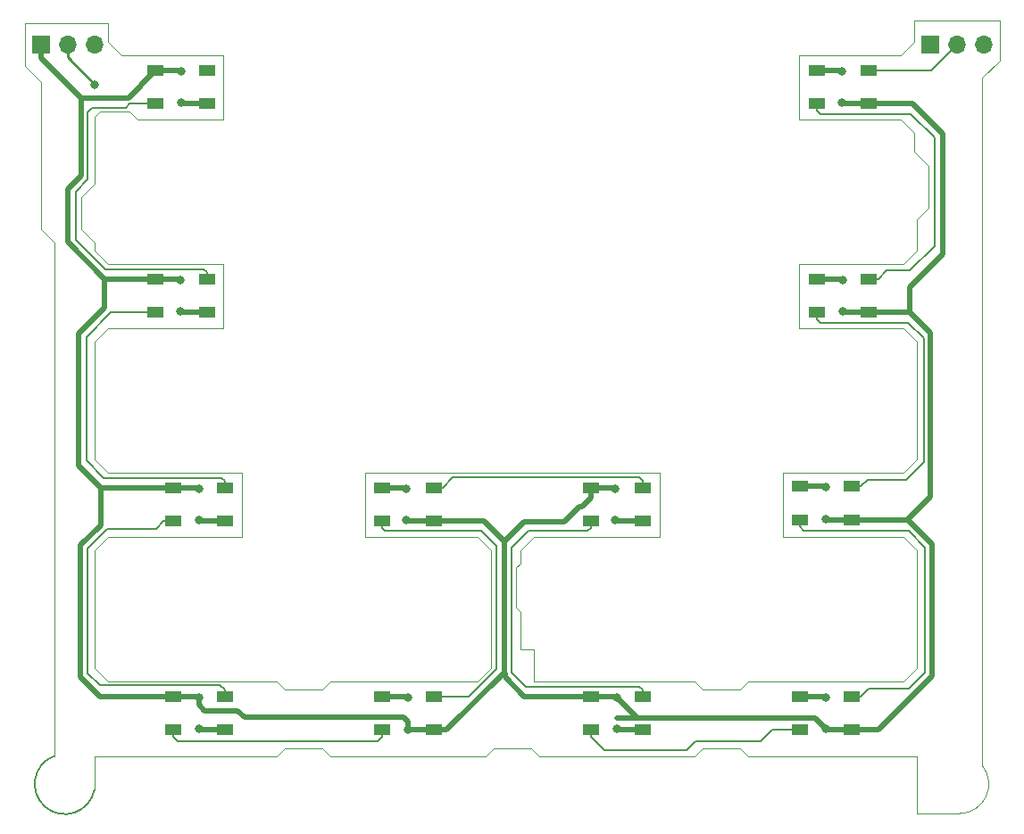
<source format=gbr>
G04 #@! TF.GenerationSoftware,KiCad,Pcbnew,(5.1.5)-3*
G04 #@! TF.CreationDate,2020-06-30T23:52:34-07:00*
G04 #@! TF.ProjectId,daughter,64617567-6874-4657-922e-6b696361645f,rev?*
G04 #@! TF.SameCoordinates,Original*
G04 #@! TF.FileFunction,Copper,L1,Top*
G04 #@! TF.FilePolarity,Positive*
%FSLAX46Y46*%
G04 Gerber Fmt 4.6, Leading zero omitted, Abs format (unit mm)*
G04 Created by KiCad (PCBNEW (5.1.5)-3) date 2020-06-30 23:52:34*
%MOMM*%
%LPD*%
G04 APERTURE LIST*
%ADD10C,0.050000*%
%ADD11C,0.120000*%
%ADD12C,0.150000*%
%ADD13R,1.500000X1.000000*%
%ADD14R,1.700000X1.700000*%
%ADD15O,1.700000X1.700000*%
%ADD16C,0.800000*%
%ADD17C,0.600000*%
%ADD18C,0.500000*%
%ADD19C,0.135000*%
%ADD20C,0.250000*%
G04 APERTURE END LIST*
D10*
X143510000Y-186690000D02*
X159512000Y-186690000D01*
X139192000Y-185928000D02*
X138430000Y-186690000D01*
X142748000Y-185928000D02*
X139192000Y-185928000D01*
X143510000Y-186690000D02*
X142748000Y-185928000D01*
X74930000Y-121158000D02*
X74930000Y-117094000D01*
X76454000Y-122682000D02*
X74930000Y-121158000D01*
X76454000Y-136652000D02*
X76454000Y-122682000D01*
X77724000Y-137922000D02*
X76454000Y-136652000D01*
X77724000Y-137922000D02*
X77724001Y-186690001D01*
X81534000Y-186690000D02*
X81536221Y-189928213D01*
X98806000Y-186690000D02*
X81534000Y-186690000D01*
X99568000Y-185928000D02*
X98806000Y-186690000D01*
X103124000Y-185928000D02*
X99568000Y-185928000D01*
X103886000Y-186690000D02*
X103124000Y-185928000D01*
X118618000Y-186690000D02*
X103886000Y-186690000D01*
X119380000Y-185928000D02*
X118618000Y-186690000D01*
X122936000Y-185928000D02*
X119380000Y-185928000D01*
X123698000Y-186690000D02*
X122936000Y-185928000D01*
X138430000Y-186690000D02*
X123698000Y-186690000D01*
X159512000Y-192151000D02*
X159512000Y-186690000D01*
X159512000Y-192151000D02*
X163576000Y-192151000D01*
X165735000Y-122301000D02*
X165735000Y-187579000D01*
X167386000Y-120650000D02*
X165735000Y-122301000D01*
X167386000Y-116840000D02*
X167386000Y-120650000D01*
X159258000Y-116840000D02*
X167386000Y-116840000D01*
X159258000Y-118872000D02*
X159258000Y-116840000D01*
X157988000Y-120142000D02*
X159258000Y-118872000D01*
X148336000Y-120142000D02*
X157988000Y-120142000D01*
X148336000Y-126238000D02*
X148336000Y-120142000D01*
X157988000Y-126238000D02*
X148336000Y-126238000D01*
X159258000Y-127508000D02*
X157988000Y-126238000D01*
X159258000Y-129286000D02*
X159258000Y-127508000D01*
X160655000Y-130683000D02*
X159258000Y-129286000D01*
X160655000Y-134620000D02*
X160655000Y-130683000D01*
X159512000Y-135763000D02*
X160655000Y-134620000D01*
X159512000Y-138684000D02*
X159512000Y-135763000D01*
X158242000Y-139954000D02*
X159512000Y-138684000D01*
X148336000Y-139954000D02*
X158242000Y-139954000D01*
X148336000Y-146050000D02*
X148336000Y-139954000D01*
X158242000Y-146050000D02*
X148336000Y-146050000D01*
X159512000Y-147320000D02*
X158242000Y-146050000D01*
X159512000Y-158496000D02*
X159512000Y-147320000D01*
X158242000Y-159766000D02*
X159512000Y-158496000D01*
X146812000Y-159766000D02*
X158242000Y-159766000D01*
X146812000Y-165862000D02*
X146812000Y-159766000D01*
X158242000Y-165862000D02*
X146812000Y-165862000D01*
X159512000Y-167132000D02*
X158242000Y-165862000D01*
X159512000Y-178308000D02*
X159512000Y-167132000D01*
X158242000Y-179578000D02*
X159512000Y-178308000D01*
X143510000Y-179578000D02*
X158242000Y-179578000D01*
X142748000Y-180340000D02*
X143510000Y-179578000D01*
X139192000Y-180340000D02*
X142748000Y-180340000D01*
X138430000Y-179578000D02*
X139192000Y-180340000D01*
X123190000Y-179578000D02*
X138430000Y-179578000D01*
X123190000Y-176530000D02*
X123190000Y-179578000D01*
X121920000Y-176530000D02*
X123190000Y-176530000D01*
X121920000Y-172974000D02*
X121920000Y-176530000D01*
X121539000Y-172593000D02*
X121920000Y-172974000D01*
X121539000Y-168783000D02*
X121539000Y-172593000D01*
X121920000Y-168402000D02*
X121539000Y-168783000D01*
X121920000Y-167132000D02*
X121920000Y-168402000D01*
X123190000Y-165862000D02*
X121920000Y-167132000D01*
X135128000Y-165862000D02*
X123190000Y-165862000D01*
X135128000Y-159766000D02*
X135128000Y-165862000D01*
X107188000Y-159766000D02*
X135128000Y-159766000D01*
X107188000Y-165862000D02*
X107188000Y-159766000D01*
X117856000Y-165862000D02*
X107188000Y-165862000D01*
X119126000Y-167132000D02*
X117856000Y-165862000D01*
X119126000Y-178308000D02*
X119126000Y-167132000D01*
X117856000Y-179578000D02*
X119126000Y-178308000D01*
X103886000Y-179578000D02*
X117856000Y-179578000D01*
X103124000Y-180340000D02*
X103886000Y-179578000D01*
X99568000Y-180340000D02*
X103124000Y-180340000D01*
X98806000Y-179578000D02*
X99568000Y-180340000D01*
X82804000Y-179578000D02*
X98806000Y-179578000D01*
X81534000Y-178308000D02*
X82804000Y-179578000D01*
X81534000Y-167132000D02*
X81534000Y-178308000D01*
X82804000Y-165862000D02*
X81534000Y-167132000D01*
X95504000Y-165862000D02*
X82804000Y-165862000D01*
X95504000Y-159766000D02*
X95504000Y-165862000D01*
X82804000Y-159766000D02*
X95504000Y-159766000D01*
X81534000Y-158496000D02*
X82804000Y-159766000D01*
X81534000Y-147320000D02*
X81534000Y-158496000D01*
X82804000Y-146050000D02*
X81534000Y-147320000D01*
X93726000Y-146050000D02*
X82804000Y-146050000D01*
X93726000Y-139954000D02*
X93726000Y-146050000D01*
X82804000Y-139954000D02*
X93726000Y-139954000D01*
X81534000Y-138684000D02*
X82804000Y-139954000D01*
X81534000Y-137922000D02*
X81534000Y-138684000D01*
X80264000Y-136652000D02*
X81534000Y-137922000D01*
X80264000Y-133604000D02*
X80264000Y-136652000D01*
X81534000Y-132334000D02*
X80264000Y-133604000D01*
X81534000Y-125984000D02*
X81534000Y-132334000D01*
X82042000Y-125476000D02*
X81534000Y-125984000D01*
X84836000Y-125476000D02*
X82042000Y-125476000D01*
X85598000Y-126238000D02*
X84836000Y-125476000D01*
X93726000Y-126238000D02*
X85598000Y-126238000D01*
X93726000Y-120142000D02*
X93726000Y-126238000D01*
X84074000Y-120142000D02*
X93726000Y-120142000D01*
X82804000Y-118872000D02*
X84074000Y-120142000D01*
X82804000Y-117094000D02*
X82804000Y-118872000D01*
X74930000Y-117094000D02*
X82804000Y-117094000D01*
D11*
X165731919Y-187579797D02*
G75*
G02X163576000Y-192151000I-2155919J-1777203D01*
G01*
D12*
X81536221Y-189928213D02*
G75*
G02X77724001Y-186690001I-2796221J571213D01*
G01*
D13*
X93890000Y-184226000D03*
X93890000Y-181026000D03*
X88990000Y-184226000D03*
X88990000Y-181026000D03*
X88990000Y-161214000D03*
X88990000Y-164414000D03*
X93890000Y-161214000D03*
X93890000Y-164414000D03*
X92239000Y-144602000D03*
X92239000Y-141402000D03*
X87339000Y-144602000D03*
X87339000Y-141402000D03*
X92239000Y-124790000D03*
X92239000Y-121590000D03*
X87339000Y-124790000D03*
X87339000Y-121590000D03*
X128614000Y-181026000D03*
X128614000Y-184226000D03*
X133514000Y-181026000D03*
X133514000Y-184226000D03*
X128614000Y-161214000D03*
X128614000Y-164414000D03*
X133514000Y-161214000D03*
X133514000Y-164414000D03*
X108802000Y-161214000D03*
X108802000Y-164414000D03*
X113702000Y-161214000D03*
X113702000Y-164414000D03*
X108802000Y-181026000D03*
X108802000Y-184226000D03*
X113702000Y-181026000D03*
X113702000Y-184226000D03*
X154977000Y-124790000D03*
X154977000Y-121590000D03*
X150077000Y-124790000D03*
X150077000Y-121590000D03*
X154977000Y-144602000D03*
X154977000Y-141402000D03*
X150077000Y-144602000D03*
X150077000Y-141402000D03*
X148426000Y-161087000D03*
X148426000Y-164287000D03*
X153326000Y-161087000D03*
X153326000Y-164287000D03*
X153326000Y-184226000D03*
X153326000Y-181026000D03*
X148426000Y-184226000D03*
X148426000Y-181026000D03*
D14*
X76454000Y-119126000D03*
D15*
X78994000Y-119126000D03*
X81534000Y-119126000D03*
D14*
X160782000Y-119126000D03*
D15*
X163322000Y-119126000D03*
X165862000Y-119126000D03*
D16*
X152400000Y-121702500D03*
X152527000Y-141514500D03*
X150876000Y-161199500D03*
X150876000Y-181138500D03*
X131064000Y-184113500D03*
X130937000Y-164301500D03*
X111125000Y-161326500D03*
X111252000Y-181175000D03*
X91440000Y-184113500D03*
X91440000Y-164301500D03*
X89662000Y-144489500D03*
X89789000Y-124677500D03*
X89662000Y-141514500D03*
X91440000Y-161326500D03*
X111125000Y-164301500D03*
X130937000Y-161326500D03*
X111252000Y-184150000D03*
X131064000Y-181138500D03*
X150876000Y-184113500D03*
X150876000Y-164174500D03*
X152527000Y-144489500D03*
X152400000Y-124677500D03*
X91440000Y-181138500D03*
X89789000Y-121702500D03*
D17*
X92239000Y-121590000D03*
D16*
X81570500Y-122936000D03*
D18*
X150077000Y-121590000D02*
X152287500Y-121590000D01*
X152287500Y-121590000D02*
X152400000Y-121702500D01*
X150077000Y-141402000D02*
X152414500Y-141402000D01*
X152414500Y-141402000D02*
X152527000Y-141514500D01*
X148426000Y-161087000D02*
X150763500Y-161087000D01*
X150763500Y-161087000D02*
X150876000Y-161199500D01*
X148426000Y-181026000D02*
X150763500Y-181026000D01*
X150763500Y-181026000D02*
X150876000Y-181138500D01*
X133514000Y-184226000D02*
X131176500Y-184226000D01*
X131176500Y-184226000D02*
X131064000Y-184113500D01*
X133514000Y-164414000D02*
X131049500Y-164414000D01*
X131049500Y-164414000D02*
X130937000Y-164301500D01*
X108802000Y-161214000D02*
X111012500Y-161214000D01*
X111012500Y-161214000D02*
X111125000Y-161326500D01*
X108802000Y-181026000D02*
X111103000Y-181026000D01*
X111103000Y-181026000D02*
X111252000Y-181175000D01*
X93890000Y-184226000D02*
X91552500Y-184226000D01*
X91552500Y-184226000D02*
X91440000Y-184113500D01*
X93890000Y-164414000D02*
X91552500Y-164414000D01*
X91552500Y-164414000D02*
X91440000Y-164301500D01*
X92239000Y-144602000D02*
X89774500Y-144602000D01*
X89774500Y-144602000D02*
X89662000Y-144489500D01*
X92239000Y-124790000D02*
X89901500Y-124790000D01*
X89901500Y-124790000D02*
X89789000Y-124677500D01*
D19*
X87339000Y-121590000D02*
X87325000Y-121590000D01*
D18*
X76454000Y-120476000D02*
X80264000Y-124286000D01*
X76454000Y-119126000D02*
X76454000Y-120476000D01*
X80264000Y-124286000D02*
X80264000Y-131648200D01*
X80264000Y-131648200D02*
X78994000Y-132918200D01*
X78994000Y-132918200D02*
X78994000Y-137896600D01*
X82499400Y-141402000D02*
X87339000Y-141402000D01*
X78994000Y-137896600D02*
X82499400Y-141402000D01*
X87339000Y-141402000D02*
X89549500Y-141402000D01*
X89549500Y-141402000D02*
X89662000Y-141514500D01*
X82499400Y-141402000D02*
X82499400Y-144119400D01*
X82499400Y-144119400D02*
X80010000Y-146608800D01*
X80010000Y-146608800D02*
X80010000Y-159105600D01*
X82118400Y-161214000D02*
X88990000Y-161214000D01*
X80010000Y-159105600D02*
X82118400Y-161214000D01*
X88990000Y-161214000D02*
X91327500Y-161214000D01*
X91327500Y-161214000D02*
X91440000Y-161326500D01*
X113702000Y-164414000D02*
X111237500Y-164414000D01*
X111237500Y-164414000D02*
X111125000Y-164301500D01*
X128614000Y-161214000D02*
X130824500Y-161214000D01*
X130824500Y-161214000D02*
X130937000Y-161326500D01*
X113702000Y-184226000D02*
X111328000Y-184226000D01*
X111328000Y-184226000D02*
X111252000Y-184150000D01*
X128614000Y-181026000D02*
X130951500Y-181026000D01*
X130951500Y-181026000D02*
X131064000Y-181138500D01*
X153326000Y-184226000D02*
X150988500Y-184226000D01*
X150988500Y-184226000D02*
X150876000Y-184113500D01*
X153326000Y-164287000D02*
X150988500Y-164287000D01*
X150988500Y-164287000D02*
X150876000Y-164174500D01*
X154977000Y-144602000D02*
X152639500Y-144602000D01*
X152639500Y-144602000D02*
X152527000Y-144489500D01*
X154977000Y-124790000D02*
X152512500Y-124790000D01*
X152512500Y-124790000D02*
X152400000Y-124677500D01*
X82118400Y-161214000D02*
X82118400Y-164795000D01*
X82118400Y-164795000D02*
X80238600Y-166674800D01*
X80238600Y-166674800D02*
X80238600Y-179222400D01*
X82042200Y-181026000D02*
X88990000Y-181026000D01*
X80238600Y-179222400D02*
X82042200Y-181026000D01*
X88990000Y-181026000D02*
X91327500Y-181026000D01*
X91327500Y-181026000D02*
X91440000Y-181138500D01*
X91440000Y-181851000D02*
X91986400Y-182397400D01*
X91440000Y-181138500D02*
X91440000Y-181851000D01*
X91986400Y-182397400D02*
X95123000Y-182397400D01*
X95123000Y-182397400D02*
X95758000Y-183032400D01*
X111252000Y-183437500D02*
X111252000Y-184150000D01*
X110846900Y-183032400D02*
X111252000Y-183437500D01*
X95758000Y-183032400D02*
X110846900Y-183032400D01*
X114952000Y-184226000D02*
X120396000Y-178782000D01*
X113702000Y-184226000D02*
X114952000Y-184226000D01*
X120396000Y-178782000D02*
X120396000Y-166319200D01*
X118490800Y-164414000D02*
X113702000Y-164414000D01*
X120396000Y-166319200D02*
X118490800Y-164414000D01*
X120396000Y-166319200D02*
X120446800Y-166319200D01*
X120446800Y-166319200D02*
X122301000Y-164465000D01*
X122301000Y-164465000D02*
X126136400Y-164465000D01*
X126136400Y-164465000D02*
X127558800Y-163042600D01*
X128614000Y-162214000D02*
X128614000Y-161214000D01*
X127785400Y-163042600D02*
X128614000Y-162214000D01*
X127558800Y-163042600D02*
X127785400Y-163042600D01*
X120396000Y-178785868D02*
X120472200Y-178862068D01*
X120396000Y-178782000D02*
X120396000Y-178785868D01*
X120472200Y-178862068D02*
X120472200Y-179222400D01*
X122275800Y-181026000D02*
X128614000Y-181026000D01*
X120472200Y-179222400D02*
X122275800Y-181026000D01*
X131064000Y-181138500D02*
X131075100Y-181138500D01*
X131075100Y-181138500D02*
X133045200Y-183108600D01*
X131127800Y-183108600D02*
X148666200Y-183108600D01*
X150876000Y-184113500D02*
X150876000Y-184099200D01*
X149885400Y-183108600D02*
X148666200Y-183108600D01*
X150876000Y-184099200D02*
X149885400Y-183108600D01*
X153326000Y-184226000D02*
X155880000Y-184226000D01*
X155880000Y-184226000D02*
X160985200Y-179120800D01*
X160985200Y-179120800D02*
X160985200Y-166547800D01*
X158724400Y-164287000D02*
X153326000Y-164287000D01*
X160985200Y-166547800D02*
X158724400Y-164287000D01*
X158724400Y-164287000D02*
X158724400Y-164236600D01*
X158724400Y-164236600D02*
X160832800Y-162128200D01*
X160832800Y-162128200D02*
X160832800Y-146532600D01*
X158902200Y-144602000D02*
X154977000Y-144602000D01*
X160832800Y-146532600D02*
X158902200Y-144602000D01*
X158902200Y-144602000D02*
X158902200Y-142164000D01*
X158902200Y-142164000D02*
X161975800Y-139090400D01*
X161975800Y-139090400D02*
X161975800Y-127660400D01*
X159105400Y-124790000D02*
X154977000Y-124790000D01*
X161975800Y-127660400D02*
X159105400Y-124790000D01*
X87339000Y-121590000D02*
X89676500Y-121590000D01*
X89676500Y-121590000D02*
X89789000Y-121702500D01*
X87325000Y-121590000D02*
X85979000Y-122936000D01*
X85979000Y-122936000D02*
X85979000Y-123063000D01*
X84756000Y-124286000D02*
X80264000Y-124286000D01*
X85979000Y-123063000D02*
X84756000Y-124286000D01*
D19*
X88105000Y-164414000D02*
X87376000Y-165143000D01*
X88990000Y-164414000D02*
X88105000Y-164414000D01*
X87376000Y-165143000D02*
X82761000Y-165143000D01*
X82761000Y-165143000D02*
X80899000Y-167005000D01*
X80899000Y-167005000D02*
X80899000Y-178816000D01*
X80899000Y-178816000D02*
X82042000Y-179959000D01*
X93890000Y-180391000D02*
X93890000Y-181026000D01*
X93458000Y-179959000D02*
X93890000Y-180391000D01*
X82042000Y-179959000D02*
X93458000Y-179959000D01*
X88990000Y-184861000D02*
X89422000Y-185293000D01*
X88990000Y-184226000D02*
X88990000Y-184861000D01*
X108802000Y-184861000D02*
X108802000Y-184226000D01*
X108370000Y-185293000D02*
X108802000Y-184861000D01*
X89422000Y-185293000D02*
X108370000Y-185293000D01*
X87339000Y-144602000D02*
X83109000Y-144602000D01*
X83109000Y-144602000D02*
X80772000Y-146939000D01*
X80772000Y-146939000D02*
X80772000Y-158623000D01*
X80772000Y-158623000D02*
X82423000Y-160274000D01*
X93890000Y-160579000D02*
X93890000Y-161214000D01*
X93585000Y-160274000D02*
X93890000Y-160579000D01*
X82423000Y-160274000D02*
X93585000Y-160274000D01*
X91934000Y-140462000D02*
X92239000Y-140767000D01*
X82550000Y-140462000D02*
X91934000Y-140462000D01*
X79756000Y-137668000D02*
X82550000Y-140462000D01*
X92239000Y-140767000D02*
X92239000Y-141402000D01*
X80899000Y-131953000D02*
X79756000Y-133096000D01*
X79756000Y-133096000D02*
X79756000Y-137668000D01*
X84887000Y-124790000D02*
X84493510Y-125183490D01*
X84493510Y-125183490D02*
X81318510Y-125183490D01*
X87339000Y-124790000D02*
X84887000Y-124790000D01*
X81318510Y-125183490D02*
X80899000Y-125603000D01*
X80899000Y-125603000D02*
X80899000Y-131953000D01*
X128614000Y-184861000D02*
X129909600Y-186156600D01*
X128614000Y-184226000D02*
X128614000Y-184861000D01*
X129909600Y-186156600D02*
X137693400Y-186156600D01*
X137693400Y-186156600D02*
X138531600Y-185318400D01*
X138531600Y-185318400D02*
X144729200Y-185318400D01*
X145821600Y-184226000D02*
X148426000Y-184226000D01*
X144729200Y-185318400D02*
X145821600Y-184226000D01*
X133514000Y-180391000D02*
X133514000Y-181026000D01*
X122453400Y-180111400D02*
X133234400Y-180111400D01*
X128614000Y-164414000D02*
X128614000Y-165049000D01*
X128614000Y-165049000D02*
X128334400Y-165328600D01*
X128334400Y-165328600D02*
X122707400Y-165328600D01*
X121081800Y-178739800D02*
X122453400Y-180111400D01*
X122707400Y-165328600D02*
X121081800Y-166954200D01*
X133234400Y-180111400D02*
X133514000Y-180391000D01*
X121081800Y-166954200D02*
X121081800Y-178739800D01*
X133514000Y-160579000D02*
X133514000Y-161214000D01*
X115552400Y-160248600D02*
X133183600Y-160248600D01*
X114587000Y-161214000D02*
X115552400Y-160248600D01*
X133183600Y-160248600D02*
X133514000Y-160579000D01*
X113702000Y-161214000D02*
X114587000Y-161214000D01*
X108802000Y-165049000D02*
X108802000Y-164414000D01*
X119659400Y-178435000D02*
X119659400Y-166751000D01*
X113702000Y-181026000D02*
X117068400Y-181026000D01*
X118237000Y-165328600D02*
X109081600Y-165328600D01*
X117068400Y-181026000D02*
X119659400Y-178435000D01*
X109081600Y-165328600D02*
X108802000Y-165049000D01*
X119659400Y-166751000D02*
X118237000Y-165328600D01*
X155862000Y-141402000D02*
X156649600Y-140614400D01*
X154977000Y-141402000D02*
X155862000Y-141402000D01*
X156649600Y-140614400D02*
X158877000Y-140614400D01*
X158877000Y-140614400D02*
X161213800Y-138277600D01*
X161213800Y-138277600D02*
X161213800Y-127990600D01*
X161213800Y-127990600D02*
X158978600Y-125755400D01*
X150077000Y-125425000D02*
X150077000Y-124790000D01*
X150407400Y-125755400D02*
X150077000Y-125425000D01*
X158978600Y-125755400D02*
X150407400Y-125755400D01*
X154211000Y-161087000D02*
X154846200Y-160451800D01*
X153326000Y-161087000D02*
X154211000Y-161087000D01*
X154846200Y-160451800D02*
X158521400Y-160451800D01*
X158521400Y-160451800D02*
X160197800Y-158775400D01*
X160197800Y-158775400D02*
X160197800Y-147015200D01*
X160197800Y-147015200D02*
X158724600Y-145542000D01*
X150077000Y-145237000D02*
X150077000Y-144602000D01*
X150382000Y-145542000D02*
X150077000Y-145237000D01*
X158724600Y-145542000D02*
X150382000Y-145542000D01*
X154211000Y-181026000D02*
X154973200Y-180263800D01*
X153326000Y-181026000D02*
X154211000Y-181026000D01*
X154973200Y-180263800D02*
X158800800Y-180263800D01*
X158800800Y-180263800D02*
X160299400Y-178765200D01*
X160299400Y-178765200D02*
X160299400Y-166878000D01*
X160299400Y-166878000D02*
X158750000Y-165328600D01*
X148426000Y-164922000D02*
X148426000Y-164287000D01*
X148832600Y-165328600D02*
X148426000Y-164922000D01*
X158750000Y-165328600D02*
X148832600Y-165328600D01*
D20*
X78994000Y-119126000D02*
X78994000Y-120359500D01*
X78994000Y-120359500D02*
X81570500Y-122936000D01*
D19*
X155862000Y-121590000D02*
X155862200Y-121589800D01*
X154977000Y-121590000D02*
X155862000Y-121590000D01*
X160858200Y-121589800D02*
X163322000Y-119126000D01*
X155862200Y-121589800D02*
X160858200Y-121589800D01*
M02*

</source>
